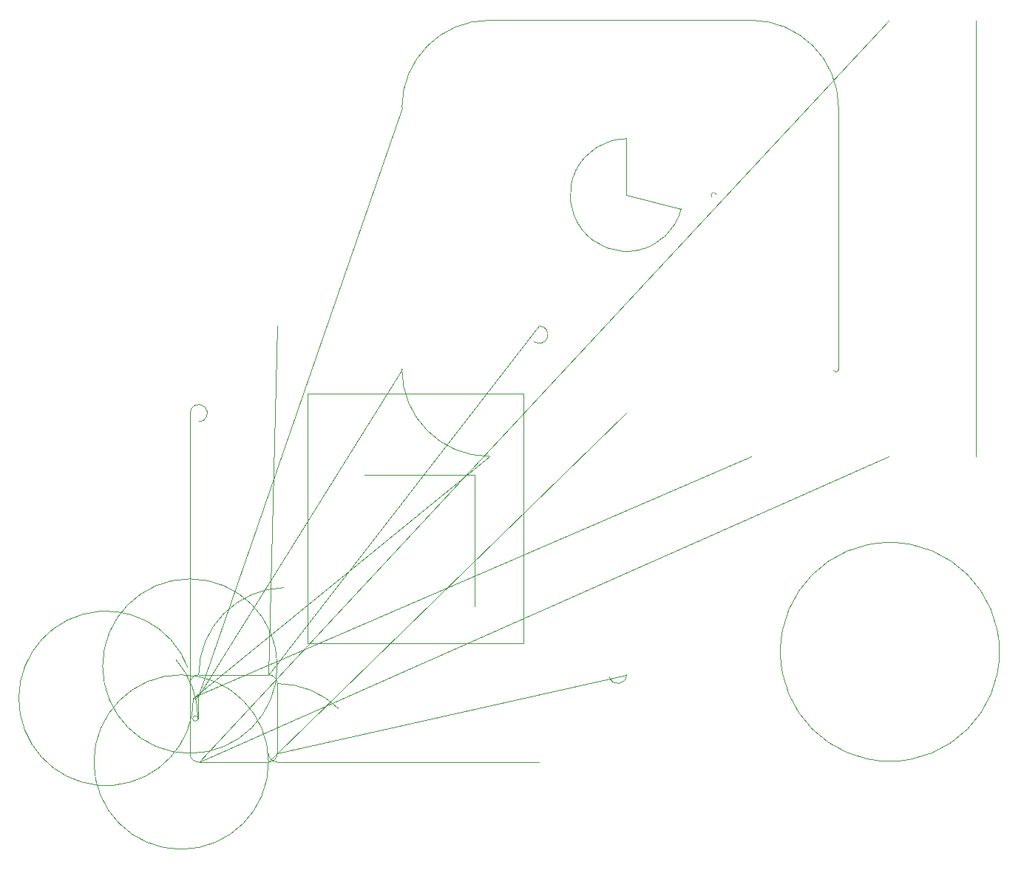
<source format=gtl>
From e3c59e39cf9bc64ce9d76c324b82956a65515f16 Mon Sep 17 00:00:00 2001
From: opiopan <opiopan@gmail.com>
Date: Sun, 7 Apr 2019 22:22:33 +0900
Subject: expand test and fix many issues

---
 tests/expects/dxf_offset.gtl | 42 ++++++++++++++++++++++++++++++++++++++++++
 1 file changed, 42 insertions(+)
 create mode 100644 tests/expects/dxf_offset.gtl

(limited to 'tests/expects/dxf_offset.gtl')

diff --git a/tests/expects/dxf_offset.gtl b/tests/expects/dxf_offset.gtl
new file mode 100644
index 0000000..18d7a62
--- /dev/null
+++ b/tests/expects/dxf_offset.gtl
@@ -0,0 +1,42 @@
+G75*
+%MOMM*%
+%OFA0B0*%
+%FSLAX34Y34*%
+%IPPOS*%
+%LPD*%
+%ADD10C,0*%
+D10*
+G01*
+X200000Y50000D02*
+G75*
+G01*
+X120000Y50000D01*
+G02*
+X110000Y60000I0J10000D01*
+G01*
+X110000Y140000D01*
+G02*
+X120000Y150000I10000J0D01*
+G01*
+X200000Y150000D01*
+G02*
+X210000Y140000I0J-10000D01*
+G01*
+X210000Y60000D01*
+G02*
+X200000Y50000I-10000J0D01*
+G01*
+X119171Y100000D02*
+G75*
+G03*
+X119171Y100000I-3000J0D01*
+G01*
+X119171Y125107D02*
+G75*
+G02*
+X113996Y123041I-3000J0D01*
+G01*
+X116171Y125107D01*
+G01*
+X119171Y125107D01*
+M02*
-- 
cgit 


From 2b1c751ff76ebd6901633235ee694cc93dabce81 Mon Sep 17 00:00:00 2001
From: Hiroshi Murayama <opiopan@gmail.com>
Date: Mon, 9 Sep 2019 09:07:38 +0900
Subject: improve compatibility with RS-274x specification: - can merge
 multiple files having different file scope modifier, such as AS, MI, OF, SF,
 and IR - support modal coordinate notation

---
 tests/expects/dxf_offset.gtl | 5 ++---
 1 file changed, 2 insertions(+), 3 deletions(-)

(limited to 'tests/expects/dxf_offset.gtl')

diff --git a/tests/expects/dxf_offset.gtl b/tests/expects/dxf_offset.gtl
index 18d7a62..3d2646d 100644
--- a/tests/expects/dxf_offset.gtl
+++ b/tests/expects/dxf_offset.gtl
@@ -1,10 +1,9 @@
-G75*
 %MOMM*%
-%OFA0B0*%
 %FSLAX34Y34*%
 %IPPOS*%
-%LPD*%
 %ADD10C,0*%
+G75*
+%LPD*%
 D10*
 G01*
 X200000Y50000D02*
-- 
cgit 


From fc3f1a23b87d9c4e51967abb0ed4107daa2be5cf Mon Sep 17 00:00:00 2001
From: Hiroshi Murayama <opiopan@gmail.com>
Date: Sat, 28 Sep 2019 17:40:09 +0900
Subject: improve DXF file handling functions: - DM_LINE mode support to
 generate Excellon routing sequence - DM_MOUSE_BITES mode support to generate
 mouse bites along all path also,  not only line object

---
 tests/expects/dxf_offset.gtl | 10 +++++-----
 1 file changed, 5 insertions(+), 5 deletions(-)

(limited to 'tests/expects/dxf_offset.gtl')

diff --git a/tests/expects/dxf_offset.gtl b/tests/expects/dxf_offset.gtl
index 3d2646d..634664e 100644
--- a/tests/expects/dxf_offset.gtl
+++ b/tests/expects/dxf_offset.gtl
@@ -25,11 +25,6 @@ X210000Y60000D01*
 G02*
 X200000Y50000I-10000J0D01*
 G01*
-X119171Y100000D02*
-G75*
-G03*
-X119171Y100000I-3000J0D01*
-G01*
 X119171Y125107D02*
 G75*
 G02*
@@ -38,4 +33,9 @@ G01*
 X116171Y125107D01*
 G01*
 X119171Y125107D01*
+G01*
+X119171Y100000D02*
+G75*
+G02*
+X119171Y100000I-3000J0D01*
 M02*
-- 
cgit 


From 48b35377b1cce897a70d1d037b3e73b616af9be7 Mon Sep 17 00:00:00 2001
From: Hiroshi Murayama <opiopan@gmail.com>
Date: Sat, 28 Sep 2019 20:42:11 +0900
Subject: minor refactoring

---
 tests/expects/dxf_offset.gtl | 2 +-
 1 file changed, 1 insertion(+), 1 deletion(-)

(limited to 'tests/expects/dxf_offset.gtl')

diff --git a/tests/expects/dxf_offset.gtl b/tests/expects/dxf_offset.gtl
index 634664e..ff0cdda 100644
--- a/tests/expects/dxf_offset.gtl
+++ b/tests/expects/dxf_offset.gtl
@@ -36,6 +36,6 @@ X119171Y125107D01*
 G01*
 X119171Y100000D02*
 G75*
-G02*
+G03*
 X119171Y100000I-3000J0D01*
 M02*
-- 
cgit 


From 244fcaa5346f4fad819cc2b72857cfb2c472944a Mon Sep 17 00:00:00 2001
From: Hiroshi Murayama <opiopan@gmail.com>
Date: Sat, 28 Dec 2019 23:45:33 +0900
Subject: add a function that generate filled gerberdata with representing
 internal shape by fliping polarity

---
 tests/expects/dxf_offset.gtl | 82 ++++++++++++++++++++++++++++++++++++--------
 1 file changed, 67 insertions(+), 15 deletions(-)

(limited to 'tests/expects/dxf_offset.gtl')

diff --git a/tests/expects/dxf_offset.gtl b/tests/expects/dxf_offset.gtl
index ff0cdda..df1b015 100644
--- a/tests/expects/dxf_offset.gtl
+++ b/tests/expects/dxf_offset.gtl
@@ -6,36 +6,88 @@ G75*
 %LPD*%
 D10*
 G01*
-X200000Y50000D02*
+X910000Y900000D02*
 G75*
 G01*
-X120000Y50000D01*
+X910000Y400000D01*
+G01*
+X1010000Y900000D02*
+G75*
+G01*
+X1010000Y400000D01*
+G01*
+X310000Y379390D02*
+G75*
+G01*
+X435827Y379390D01*
+G01*
+X435827Y228443D01*
+G01*
+X510000Y50000D02*
+G75*
+G01*
+X210000Y50000D01*
 G02*
-X110000Y60000I0J10000D01*
+X110000Y150000I0J100000D01*
 G01*
-X110000Y140000D01*
+X110000Y450000D01*
 G02*
-X120000Y150000I10000J0D01*
+X210000Y550000I100000J0D01*
 G01*
-X200000Y150000D01*
+X510000Y550000D01*
 G02*
-X210000Y140000I0J-10000D01*
+X610000Y450000I0J-100000D01*
 G01*
-X210000Y60000D01*
+X610000Y150000D01*
 G02*
-X200000Y50000I-10000J0D01*
+X510000Y50000I-100000J0D01*
 G01*
-X119171Y125107D02*
+X852704Y800394D02*
 G75*
+G01*
+X852704Y500394D01*
 G02*
-X113996Y123041I-3000J0D01*
+X752704Y400394I-100000J0D01*
 G01*
-X116171Y125107D01*
+X452704Y400394D01*
+G02*
+X352704Y500394I0J100000D01*
 G01*
-X119171Y125107D01*
+X352704Y800394D01*
+G02*
+X452704Y900394I100000J0D01*
+G01*
+X752704Y900394D01*
+G02*
+X852704Y800394I0J-100000D01*
 G01*
-X119171Y100000D02*
+X492038Y472062D02*
+G75*
+G01*
+X244512Y472062D01*
+G01*
+X244512Y185960D01*
+G01*
+X492038Y185960D01*
+G01*
+X492038Y472062D01*
+G01*
+X1037009Y176316D02*
+G75*
+G03*
+X1037009Y176316I-125463J0D01*
+G01*
+X712773Y700000D02*
 G75*
 G03*
-X119171Y100000I-3000J0D01*
+X712773Y700000I-102773J0D01*
+G01*
+X610000Y700000D02*
+G75*
+G01*
+X610000Y764592D01*
+G03*
+X672602Y684088I0J-64592D01*
+G01*
+X610000Y700000D01*
 M02*
-- 
cgit 


</source>
